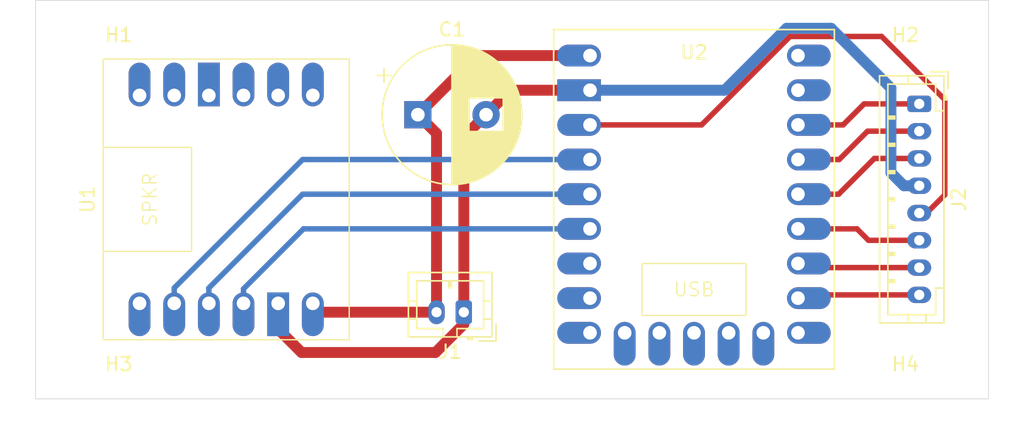
<source format=kicad_pcb>
(kicad_pcb (version 20241229) (generator "pcbnew") (generator_version "9.0")
  (layers (0 "F.Cu" signal) (2 "B.Cu" signal) (13 "F.Paste" user) (15 "B.Paste" user) (5 "F.SilkS" user "F.Silkscreen") (7 "B.SilkS" user "B.Silkscreen") (1 "F.Mask" user) (3 "B.Mask" user) (25 "Edge.Cuts" user))
  (net 0 "")
  (net 1 "Net-(J2-Pin_8)")
  (net 2 "Net-(J2-Pin_6)")
  (net 3 "Net-(J2-Pin_1)")
  (net 4 "Net-(J2-Pin_3)")
  (net 5 "Net-(J2-Pin_7)")
  (net 6 "Net-(J2-Pin_2)")
  (net 7 "Net-(U1-BCLK)")
  (net 15 "Net-(U1-DIN)")
  (net 26 "Net-(U1-LRC)")
  (net 27 "/5V")
  (net 28 "/GND")
  (net 30 "/3V3")
  (footprint "Connector_JST:JST_PH_B8B-PH-K_1x08_P2.00mm_Vertical" (layer "F.Cu") (at 182.88 59.66 -90)
    (property "Reference" "J2" (at 7 -2.9 90) (layer "F.SilkS"))
    (property "Value" "CTRLS_BOARD")
    (fp_line (start -2.06 2.91) (end 16.06 2.91) (stroke (width 0.12)) (layer "F.SilkS"))
    (fp_line (start 16.06 2.91) (end 16.06 -1.81) (stroke (width 0.12)) (layer "F.SilkS"))
    (fp_line (start -1.45 2.3) (end 15.45 2.3) (stroke (width 0.12)) (layer "F.SilkS"))
    (fp_line (start 0.9 2.3) (end 0.9 1.8) (stroke (width 0.12)) (layer "F.SilkS"))
    (fp_line (start 1 2.3) (end 1 1.8) (stroke (width 0.12)) (layer "F.SilkS"))
    (fp_line (start 2.9 2.3) (end 2.9 1.8) (stroke (width 0.12)) (layer "F.SilkS"))
    (fp_line (start 3 2.3) (end 3 1.8) (stroke (width 0.12)) (layer "F.SilkS"))
    (fp_line (start 4.9 2.3) (end 4.9 1.8) (stroke (width 0.12)) (layer "F.SilkS"))
    (fp_line (start 5 2.3) (end 5 1.8) (stroke (width 0.12)) (layer "F.SilkS"))
    (fp_line (start 6.9 2.3) (end 6.9 1.8) (stroke (width 0.12)) (layer "F.SilkS"))
    (fp_line (start 7 2.3) (end 7 1.8) (stroke (width 0.12)) (layer "F.SilkS"))
    (fp_line (start 8.9 2.3) (end 8.9 1.8) (stroke (width 0.12)) (layer "F.SilkS"))
    (fp_line (start 9 2.3) (end 9 1.8) (stroke (width 0.12)) (layer "F.SilkS"))
    (fp_line (start 10.9 2.3) (end 10.9 1.8) (stroke (width 0.12)) (layer "F.SilkS"))
    (fp_line (start 11 2.3) (end 11 1.8) (stroke (width 0.12)) (layer "F.SilkS"))
    (fp_line (start 12.9 2.3) (end 12.9 1.8) (stroke (width 0.12)) (layer "F.SilkS"))
    (fp_line (start 13 2.3) (end 13 1.8) (stroke (width 0.12)) (layer "F.SilkS"))
    (fp_line (start 15.45 2.3) (end 15.45 -1.2) (stroke (width 0.12)) (layer "F.SilkS"))
    (fp_line (start 0.9 1.8) (end 1.1 1.8) (stroke (width 0.12)) (layer "F.SilkS"))
    (fp_line (start 1.1 1.8) (end 1.1 2.3) (stroke (width 0.12)) (layer "F.SilkS"))
    (fp_line (start 2.9 1.8) (end 3.1 1.8) (stroke (width 0.12)) (layer "F.SilkS"))
    (fp_line (start 3.1 1.8) (end 3.1 2.3) (stroke (width 0.12)) (layer "F.SilkS"))
    (fp_line (start 4.9 1.8) (end 5.1 1.8) (stroke (width 0.12)) (layer "F.SilkS"))
    (fp_line (start 5.1 1.8) (end 5.1 2.3) (stroke (width 0.12)) (layer "F.SilkS"))
    (fp_line (start 6.9 1.8) (end 7.1 1.8) (stroke (width 0.12)) (layer "F.SilkS"))
    (fp_line (start 7.1 1.8) (end 7.1 2.3) (stroke (width 0.12)) (layer "F.SilkS"))
    (fp_line (start 8.9 1.8) (end 9.1 1.8) (stroke (width 0.12)) (layer "F.SilkS"))
    (fp_line (start 9.1 1.8) (end 9.1 2.3) (stroke (width 0.12)) (layer "F.SilkS"))
    (fp_line (start 10.9 1.8) (end 11.1 1.8) (stroke (width 0.12)) (layer "F.SilkS"))
    (fp_line (start 11.1 1.8) (end 11.1 2.3) (stroke (width 0.12)) (layer "F.SilkS"))
    (fp_line (start 12.9 1.8) (end 13.1 1.8) (stroke (width 0.12)) (layer "F.SilkS"))
    (fp_line (start 13.1 1.8) (end 13.1 2.3) (stroke (width 0.12)) (layer "F.SilkS"))
    (fp_line (start -2.06 0.8) (end -1.45 0.8) (stroke (width 0.12)) (layer "F.SilkS"))
    (fp_line (start 16.06 0.8) (end 15.45 0.8) (stroke (width 0.12)) (layer "F.SilkS"))
    (fp_line (start -2.06 -0.5) (end -1.45 -0.5) (stroke (width 0.12)) (layer "F.SilkS"))
    (fp_line (start 16.06 -0.5) (end 15.45 -0.5) (stroke (width 0.12)) (layer "F.SilkS"))
    (fp_line (start -1.45 -1.2) (end -1.45 2.3) (stroke (width 0.12)) (layer "F.SilkS"))
    (fp_line (start 0.5 -1.2) (end -1.45 -1.2) (stroke (width 0.12)) (layer "F.SilkS"))
    (fp_line (start 13.5 -1.2) (end 13.5 -1.81) (stroke (width 0.12)) (layer "F.SilkS"))
    (fp_line (start 15.45 -1.2) (end 13.5 -1.2) (stroke (width 0.12)) (layer "F.SilkS"))
    (fp_line (start -2.06 -1.81) (end -2.06 2.91) (stroke (width 0.12)) (layer "F.SilkS"))
    (fp_line (start -0.3 -1.81) (end -0.3 -2.01) (stroke (width 0.12)) (layer "F.SilkS"))
    (fp_line (start 0.5 -1.81) (end 0.5 -1.2) (stroke (width 0.12)) (layer "F.SilkS"))
    (fp_line (start 16.06 -1.81) (end -2.06 -1.81) (stroke (width 0.12)) (layer "F.SilkS"))
    (fp_line (start -0.3 -1.91) (end -0.6 -1.91) (stroke (width 0.12)) (layer "F.SilkS"))
    (fp_line (start -0.6 -2.01) (end -0.6 -1.81) (stroke (width 0.12)) (layer "F.SilkS"))
    (fp_line (start -0.3 -2.01) (end -0.6 -2.01) (stroke (width 0.12)) (layer "F.SilkS"))
    (fp_line (start -2.36 -2.11) (end -2.36 -0.86) (stroke (width 0.12)) (layer "F.SilkS"))
    (fp_line (start -1.11 -2.11) (end -2.36 -2.11) (stroke (width 0.12)) (layer "F.SilkS"))
    (pad "1" thru_hole roundrect (at 0 0 270) (size 1.2 1.75) (drill 0.75) (layers "*.Cu" "*.Mask") (roundrect_rratio 0.208333) (net 3 "Net-(J2-Pin_1)"))
    (pad "2" thru_hole oval (at 2 0 270) (size 1.2 1.75) (drill 0.75) (layers "*.Cu" "*.Mask") (net 6 "Net-(J2-Pin_2)"))
    (pad "3" thru_hole oval (at 4 0 270) (size 1.2 1.75) (drill 0.75) (layers "*.Cu" "*.Mask") (net 4 "Net-(J2-Pin_3)"))
    (pad "4" thru_hole oval (at 6 0 270) (size 1.2 1.75) (drill 0.75) (layers "*.Cu" "*.Mask") (net 28 "/GND"))
    (pad "5" thru_hole oval (at 8 0 270) (size 1.2 1.75) (drill 0.75) (layers "*.Cu" "*.Mask") (net 30 "/3V3"))
    (pad "6" thru_hole oval (at 10 0 270) (size 1.2 1.75) (drill 0.75) (layers "*.Cu" "*.Mask") (net 2 "Net-(J2-Pin_6)"))
    (pad "7" thru_hole oval (at 12 0 270) (size 1.2 1.75) (drill 0.75) (layers "*.Cu" "*.Mask") (net 5 "Net-(J2-Pin_7)"))
    (pad "8" thru_hole oval (at 14 0 270) (size 1.2 1.75) (drill 0.75) (layers "*.Cu" "*.Mask") (net 1 "Net-(J2-Pin_8)"))
  )
  (footprint "Custom Footprints:DFRobot_MAX98357" (layer "F.Cu") (at 140.97 66.66 90)
    (property "Reference" "U1" (at 0 -19.05 90) (layer "F.SilkS"))
    (property "Value" "DFRobot_MAX98357")
    (fp_line (start -3.81 -17.907) (end -3.81 -11.43) (stroke (width 0.1)) (layer "F.SilkS"))
    (fp_line (start 3.81 -11.43) (end 3.81 -17.907) (stroke (width 0.1)) (layer "F.SilkS"))
    (fp_line (start -3.81 -11.43) (end 3.81 -11.43) (stroke (width 0.1)) (layer "F.SilkS"))
    (fp_rect (start -10.287 -17.907) (end 10.287 0.127) (stroke (width 0.1)) (fill no) (layer "F.SilkS"))
    (fp_text user "SPKR" (at 0 -14.478 90) (layer "F.SilkS") (effects (font (thickness 0.1))))
    (pad "1" thru_hole oval (at -7.62 -15.24 90) (size 3.2 1.6) (drill 1 (offset -0.8 0)) (layers "*.Cu" "*.Mask"))
    (pad "2" thru_hole oval (at -7.62 -12.7 90) (size 3.2 1.6) (drill 1 (offset -0.8 0)) (layers "*.Cu" "*.Mask") (net 15 "Net-(U1-DIN)"))
    (pad "3" thru_hole oval (at -7.62 -10.16 90) (size 3.2 1.6) (drill 1 (offset -0.8 0)) (layers "*.Cu" "*.Mask") (net 7 "Net-(U1-BCLK)"))
    (pad "4" thru_hole oval (at -7.62 -7.62 90) (size 3.2 1.6) (drill 1 (offset -0.8 0)) (layers "*.Cu" "*.Mask") (net 26 "Net-(U1-LRC)"))
    (pad "5" thru_hole rect (at -7.62 -5.08 90) (size 3.2 1.6) (drill 1 (offset -0.8 0)) (layers "*.Cu" "*.Mask") (net 28 "/GND"))
    (pad "6" thru_hole oval (at -7.62 -2.54 90) (size 3.2 1.6) (drill 1 (offset -0.8 0)) (layers "*.Cu" "*.Mask") (net 27 "/5V"))
    (pad "7" thru_hole oval (at 7.62 -2.54 90) (size 3.2 1.6) (drill 1 (offset 0.8 0)) (layers "*.Cu" "*.Mask"))
    (pad "8" thru_hole oval (at 7.62 -5.08 90) (size 3.2 1.6) (drill 1 (offset 0.8 0)) (layers "*.Cu" "*.Mask"))
    (pad "9" thru_hole oval (at 7.62 -7.62 90) (size 3.2 1.6) (drill 1 (offset 0.8 0)) (layers "*.Cu" "*.Mask"))
    (pad "10" thru_hole rect (at 7.62 -10.16 90) (size 3.2 1.6) (drill 1 (offset 0.8 0)) (layers "*.Cu" "*.Mask"))
    (pad "11" thru_hole oval (at 7.62 -12.7 90) (size 3.2 1.6) (drill 1 (offset 0.8 0)) (layers "*.Cu" "*.Mask"))
    (pad "12" thru_hole oval (at 7.62 -15.24 90) (size 3.2 1.6) (drill 1 (offset 0.8 0)) (layers "*.Cu" "*.Mask"))
  )
  (footprint "MountingHole:MountingHole_2.2mm_M2_DIN965" (layer "F.Cu") (at 185.42 54.61)
    (property "Reference" "H2" (at -3.556 0 0) (layer "F.SilkS"))
    (property "Value" "MountingHole")
    (pad "" np_thru_hole circle (at 0 0) (size 2.2 2.2) (drill 2.2) (layers "*.Cu" "*.Mask"))
  )
  (footprint "MountingHole:MountingHole_2.2mm_M2_DIN965" (layer "F.Cu") (at 185.42 78.74)
    (property "Reference" "H4" (at -3.556 0 0) (layer "F.SilkS"))
    (property "Value" "MountingHole")
    (pad "" np_thru_hole circle (at 0 0) (size 2.2 2.2) (drill 2.2) (layers "*.Cu" "*.Mask"))
  )
  (footprint "Connector_JST:JST_PH_B2B-PH-K_1x02_P2.00mm_Vertical" (layer "F.Cu") (at 149.497677 74.93 180)
    (property "Reference" "J1" (at 1 -2.9 0) (layer "F.SilkS"))
    (property "Value" "PWR")
    (fp_line (start 4.06 2.91) (end 4.06 -1.81) (stroke (width 0.12)) (layer "F.SilkS"))
    (fp_line (start 4.06 0.8) (end 3.45 0.8) (stroke (width 0.12)) (layer "F.SilkS"))
    (fp_line (start 4.06 -0.5) (end 3.45 -0.5) (stroke (width 0.12)) (layer "F.SilkS"))
    (fp_line (start 4.06 -1.81) (end -2.06 -1.81) (stroke (width 0.12)) (layer "F.SilkS"))
    (fp_line (start 3.45 2.3) (end 3.45 -1.2) (stroke (width 0.12)) (layer "F.SilkS"))
    (fp_line (start 3.45 -1.2) (end 1.5 -1.2) (stroke (width 0.12)) (layer "F.SilkS"))
    (fp_line (start 1.5 -1.2) (end 1.5 -1.81) (stroke (width 0.12)) (layer "F.SilkS"))
    (fp_line (start 1.1 1.8) (end 1.1 2.3) (stroke (width 0.12)) (layer "F.SilkS"))
    (fp_line (start 1 2.3) (end 1 1.8) (stroke (width 0.12)) (layer "F.SilkS"))
    (fp_line (start 0.9 2.3) (end 0.9 1.8) (stroke (width 0.12)) (layer "F.SilkS"))
    (fp_line (start 0.9 1.8) (end 1.1 1.8) (stroke (width 0.12)) (layer "F.SilkS"))
    (fp_line (start 0.5 -1.2) (end -1.45 -1.2) (stroke (width 0.12)) (layer "F.SilkS"))
    (fp_line (start 0.5 -1.81) (end 0.5 -1.2) (stroke (width 0.12)) (layer "F.SilkS"))
    (fp_line (start -0.3 -1.81) (end -0.3 -2.01) (stroke (width 0.12)) (layer "F.SilkS"))
    (fp_line (start -0.3 -1.91) (end -0.6 -1.91) (stroke (width 0.12)) (layer "F.SilkS"))
    (fp_line (start -0.3 -2.01) (end -0.6 -2.01) (stroke (width 0.12)) (layer "F.SilkS"))
    (fp_line (start -0.6 -2.01) (end -0.6 -1.81) (stroke (width 0.12)) (layer "F.SilkS"))
    (fp_line (start -1.11 -2.11) (end -2.36 -2.11) (stroke (width 0.12)) (layer "F.SilkS"))
    (fp_line (start -1.45 2.3) (end 3.45 2.3) (stroke (width 0.12)) (layer "F.SilkS"))
    (fp_line (start -1.45 -1.2) (end -1.45 2.3) (stroke (width 0.12)) (layer "F.SilkS"))
    (fp_line (start -2.06 2.91) (end 4.06 2.91) (stroke (width 0.12)) (layer "F.SilkS"))
    (fp_line (start -2.06 0.8) (end -1.45 0.8) (stroke (width 0.12)) (layer "F.SilkS"))
    (fp_line (start -2.06 -0.5) (end -1.45 -0.5) (stroke (width 0.12)) (layer "F.SilkS"))
    (fp_line (start -2.06 -1.81) (end -2.06 2.91) (stroke (width 0.12)) (layer "F.SilkS"))
    (fp_line (start -2.36 -2.11) (end -2.36 -0.86) (stroke (width 0.12)) (layer "F.SilkS"))
    (pad "1" thru_hole roundrect (at 0 0 180) (size 1.2 1.75) (drill 0.75) (layers "*.Cu" "*.Mask") (roundrect_rratio 0.208333) (net 28 "/GND"))
    (pad "2" thru_hole oval (at 2 0 180) (size 1.2 1.75) (drill 0.75) (layers "*.Cu" "*.Mask") (net 27 "/5V"))
  )
  (footprint "MountingHole:MountingHole_2.2mm_M2_DIN965" (layer "F.Cu") (at 120.65 54.61)
    (property "Reference" "H1" (at 3.556 0 0) (layer "F.SilkS"))
    (property "Value" "MountingHole")
    (pad "" np_thru_hole circle (at 0 0) (size 2.2 2.2) (drill 2.2) (layers "*.Cu" "*.Mask"))
  )
  (footprint "MountingHole:MountingHole_2.2mm_M2_DIN965" (layer "F.Cu") (at 120.65 78.74)
    (property "Reference" "H3" (at 3.556 0 0) (layer "F.SilkS"))
    (property "Value" "MountingHole")
    (pad "" np_thru_hole circle (at 0 0) (size 2.2 2.2) (drill 2.2) (layers "*.Cu" "*.Mask"))
  )
  (footprint "Custom Footprints:Waveshare_ESP32-S3-Tiny" (layer "F.Cu") (at 158.75 56.119)
    (property "Reference" "U2" (at 7.62 -0.239 0) (layer "F.SilkS"))
    (property "Value" "Waveshare_ESP32-S3-Tiny")
    (fp_line (start -2.667 -1.905) (end -2.667 22.987) (stroke (width 0.12)) (layer "F.SilkS"))
    (fp_line (start 17.907 -1.905) (end -2.667 -1.905) (stroke (width 0.12)) (layer "F.SilkS"))
    (fp_line (start 17.907 22.987) (end -2.667 22.987) (stroke (width 0.12)) (layer "F.SilkS"))
    (fp_line (start 17.907 22.987) (end 17.907 -1.905) (stroke (width 0.12)) (layer "F.SilkS"))
    (fp_rect (start 3.81 15.24) (end 11.43 19.05) (stroke (width 0.1)) (fill no) (layer "F.SilkS"))
    (fp_text user "USB" (at 7.62 17.145 0) (layer "F.SilkS") (effects (font (thickness 0.1))))
    (pad "1" thru_hole oval (at 0 0) (size 3.2 1.6) (drill 1 (offset -0.8 0)) (layers "*.Cu" "*.Mask") (net 27 "/5V"))
    (pad "2" thru_hole rect (at 0 2.54) (size 3.2 1.6) (drill 1 (offset -0.8 0)) (layers "*.Cu" "*.Mask") (net 28 "/GND"))
    (pad "3" thru_hole oval (at 0 5.08) (size 3.2 1.6) (drill 1 (offset -0.8 0)) (layers "*.Cu" "*.Mask") (net 30 "/3V3"))
    (pad "4" thru_hole oval (at 0 7.62) (size 3.2 1.6) (drill 1 (offset -0.8 0)) (layers "*.Cu" "*.Mask") (net 15 "Net-(U1-DIN)"))
    (pad "5" thru_hole oval (at 0 10.16) (size 3.2 1.6) (drill 1 (offset -0.8 0)) (layers "*.Cu" "*.Mask") (net 7 "Net-(U1-BCLK)"))
    (pad "6" thru_hole oval (at 0 12.7) (size 3.2 1.6) (drill 1 (offset -0.8 0)) (layers "*.Cu" "*.Mask") (net 26 "Net-(U1-LRC)"))
    (pad "7" thru_hole oval (at 0 15.24) (size 3.2 1.6) (drill 1 (offset -0.8 0)) (layers "*.Cu" "*.Mask"))
    (pad "8" thru_hole oval (at 0 17.78) (size 3.2 1.6) (drill 1 (offset -0.8 0)) (layers "*.Cu" "*.Mask"))
    (pad "9" thru_hole oval (at 0 20.32) (size 3.2 1.6) (drill 1 (offset -0.8 0)) (layers "*.Cu" "*.Mask"))
    (pad "10" thru_hole oval (at 2.54 20.32) (size 1.6 3.2) (drill 1 (offset 0 0.8)) (layers "*.Cu" "*.Mask"))
    (pad "11" thru_hole oval (at 5.08 20.32) (size 1.6 3.2) (drill 1 (offset 0 0.8)) (layers "*.Cu" "*.Mask"))
    (pad "12" thru_hole oval (at 7.62 20.32) (size 1.6 3.2) (drill 1 (offset 0 0.8)) (layers "*.Cu" "*.Mask"))
    (pad "13" thru_hole oval (at 10.16 20.32) (size 1.6 3.2) (drill 1 (offset 0 0.8)) (layers "*.Cu" "*.Mask"))
    (pad "14" thru_hole oval (at 12.7 20.32) (size 1.6 3.2) (drill 1 (offset 0 0.8)) (layers "*.Cu" "*.Mask"))
    (pad "15" thru_hole oval (at 15.24 20.32) (size 3.2 1.6) (drill 1 (offset 0.8 0)) (layers "*.Cu" "*.Mask"))
    (pad "16" thru_hole oval (at 15.24 17.78) (size 3.2 1.6) (drill 1 (offset 0.8 0)) (layers "*.Cu" "*.Mask") (net 1 "Net-(J2-Pin_8)"))
    (pad "17" thru_hole oval (at 15.24 15.24) (size 3.2 1.6) (drill 1 (offset 0.8 0)) (layers "*.Cu" "*.Mask") (net 5 "Net-(J2-Pin_7)"))
    (pad "18" thru_hole oval (at 15.24 12.7) (size 3.2 1.6) (drill 1 (offset 0.8 0)) (layers "*.Cu" "*.Mask") (net 2 "Net-(J2-Pin_6)"))
    (pad "19" thru_hole oval (at 15.24 10.16) (size 3.2 1.6) (drill 1 (offset 0.8 0)) (layers "*.Cu" "*.Mask") (net 4 "Net-(J2-Pin_3)"))
    (pad "20" thru_hole oval (at 15.24 7.62) (size 3.2 1.6) (drill 1 (offset 0.8 0)) (layers "*.Cu" "*.Mask") (net 6 "Net-(J2-Pin_2)"))
    (pad "21" thru_hole oval (at 15.24 5.08) (size 3.2 1.6) (drill 1 (offset 0.8 0)) (layers "*.Cu" "*.Mask") (net 3 "Net-(J2-Pin_1)"))
    (pad "22" thru_hole oval (at 15.24 2.54) (size 3.2 1.6) (drill 1 (offset 0.8 0)) (layers "*.Cu" "*.Mask"))
    (pad "23" thru_hole oval (at 15.24 0) (size 3.2 1.6) (drill 1 (offset 0.8 0)) (layers "*.Cu" "*.Mask"))
  )
  (footprint "Capacitor_THT:CP_Radial_D10.0mm_P5.00mm" (layer "F.Cu") (at 146.13 60.452)
    (property "Reference" "C1" (at 2.5 -6.25 0) (layer "F.SilkS"))
    (property "Value" "1000 µF")
    (fp_line (start -2.979646 -2.875) (end -1.979646 -2.875) (stroke (width 0.12)) (layer "F.SilkS"))
    (fp_line (start -2.479646 -3.375) (end -2.479646 -2.375) (stroke (width 0.12)) (layer "F.SilkS"))
    (fp_line (start 2.5 -5.08) (end 2.5 5.08) (stroke (width 0.12)) (layer "F.SilkS"))
    (fp_line (start 2.54 -5.08) (end 2.54 5.08) (stroke (width 0.12)) (layer "F.SilkS"))
    (fp_line (start 2.58 -5.079) (end 2.58 5.079) (stroke (width 0.12)) (layer "F.SilkS"))
    (fp_line (start 2.62 -5.079) (end 2.62 5.079) (stroke (width 0.12)) (layer "F.SilkS"))
    (fp_line (start 2.66 -5.077) (end 2.66 5.077) (stroke (width 0.12)) (layer "F.SilkS"))
    (fp_line (start 2.7 -5.076) (end 2.7 5.076) (stroke (width 0.12)) (layer "F.SilkS"))
    (fp_line (start 2.74 -5.074) (end 2.74 5.074) (stroke (width 0.12)) (layer "F.SilkS"))
    (fp_line (start 2.78 -5.072) (end 2.78 5.072) (stroke (width 0.12)) (layer "F.SilkS"))
    (fp_line (start 2.82 -5.07) (end 2.82 5.07) (stroke (width 0.12)) (layer "F.SilkS"))
    (fp_line (start 2.86 -5.067) (end 2.86 5.067) (stroke (width 0.12)) (layer "F.SilkS"))
    (fp_line (start 2.9 -5.064) (end 2.9 5.064) (stroke (width 0.12)) (layer "F.SilkS"))
    (fp_line (start 2.94 -5.061) (end 2.94 5.061) (stroke (width 0.12)) (layer "F.SilkS"))
    (fp_line (start 2.98 -5.057) (end 2.98 5.057) (stroke (width 0.12)) (layer "F.SilkS"))
    (fp_line (start 3.02 -5.054) (end 3.02 5.054) (stroke (width 0.12)) (layer "F.SilkS"))
    (fp_line (start 3.06 -5.049) (end 3.06 5.049) (stroke (width 0.12)) (layer "F.SilkS"))
    (fp_line (start 3.1 -5.045) (end 3.1 5.045) (stroke (width 0.12)) (layer "F.SilkS"))
    (fp_line (start 3.14 -5.04) (end 3.14 5.04) (stroke (width 0.12)) (layer "F.SilkS"))
    (fp_line (start 3.18 -5.035) (end 3.18 5.035) (stroke (width 0.12)) (layer "F.SilkS"))
    (fp_line (start 3.22 -5.029) (end 3.22 5.029) (stroke (width 0.12)) (layer "F.SilkS"))
    (fp_line (start 3.26 -5.023) (end 3.26 5.023) (stroke (width 0.12)) (layer "F.SilkS"))
    (fp_line (start 3.3 -5.017) (end 3.3 5.017) (stroke (width 0.12)) (layer "F.SilkS"))
    (fp_line (start 3.34 -5.011) (end 3.34 5.011) (stroke (width 0.12)) (layer "F.SilkS"))
    (fp_line (start 3.38 -5.004) (end 3.38 5.004) (stroke (width 0.12)) (layer "F.SilkS"))
    (fp_line (start 3.42 -4.997) (end 3.42 4.997) (stroke (width 0.12)) (layer "F.SilkS"))
    (fp_line (start 3.46 -4.989) (end 3.46 4.989) (stroke (width 0.12)) (layer "F.SilkS"))
    (fp_line (start 3.5 -4.981) (end 3.5 4.981) (stroke (width 0.12)) (layer "F.SilkS"))
    (fp_line (start 3.54 -4.973) (end 3.54 4.973) (stroke (width 0.12)) (layer "F.SilkS"))
    (fp_line (start 3.58 -4.965) (end 3.58 4.965) (stroke (width 0.12)) (layer "F.SilkS"))
    (fp_line (start 3.62 -4.956) (end 3.62 4.956) (stroke (width 0.12)) (layer "F.SilkS"))
    (fp_line (start 3.66 -4.947) (end 3.66 4.947) (stroke (width 0.12)) (layer "F.SilkS"))
    (fp_line (start 3.7 -4.937) (end 3.7 4.937) (stroke (width 0.12)) (layer "F.SilkS"))
    (fp_line (start 3.74 -4.928) (end 3.74 4.928) (stroke (width 0.12)) (layer "F.SilkS"))
    (fp_line (start 3.78 -4.917) (end 3.78 -1.24) (stroke (width 0.12)) (layer "F.SilkS"))
    (fp_line (start 3.78 1.24) (end 3.78 4.917) (stroke (width 0.12)) (layer "F.SilkS"))
    (fp_line (start 3.82 -4.907) (end 3.82 -1.24) (stroke (width 0.12)) (layer "F.SilkS"))
    (fp_line (start 3.82 1.24) (end 3.82 4.907) (stroke (width 0.12)) (layer "F.SilkS"))
    (fp_line (start 3.86 -4.896) (end 3.86 -1.24) (stroke (width 0.12)) (layer "F.SilkS"))
    (fp_line (start 3.86 1.24) (end 3.86 4.896) (stroke (width 0.12)) (layer "F.SilkS"))
    (fp_line (start 3.9 -4.885) (end 3.9 -1.24) (stroke (width 0.12)) (layer "F.SilkS"))
    (fp_line (start 3.9 1.24) (end 3.9 4.885) (stroke (width 0.12)) (layer "F.SilkS"))
    (fp_line (start 3.94 -4.873) (end 3.94 -1.24) (stroke (width 0.12)) (layer "F.SilkS"))
    (fp_line (start 3.94 1.24) (end 3.94 4.873) (stroke (width 0.12)) (layer "F.SilkS"))
    (fp_line (start 3.98 -4.861) (end 3.98 -1.24) (stroke (width 0.12)) (layer "F.SilkS"))
    (fp_line (start 3.98 1.24) (end 3.98 4.861) (stroke (width 0.12)) (layer "F.SilkS"))
    (fp_line (start 4.02 -4.849) (end 4.02 -1.24) (stroke (width 0.12)) (layer "F.SilkS"))
    (fp_line (start 4.02 1.24) (end 4.02 4.849) (stroke (width 0.12)) (layer "F.SilkS"))
    (fp_line (start 4.06 -4.837) (end 4.06 -1.24) (stroke (width 0.12)) (layer "F.SilkS"))
    (fp_line (start 4.06 1.24) (end 4.06 4.837) (stroke (width 0.12)) (layer "F.SilkS"))
    (fp_line (start 4.1 -4.824) (end 4.1 -1.24) (stroke (width 0.12)) (layer "F.SilkS"))
    (fp_line (start 4.1 1.24) (end 4.1 4.824) (stroke (width 0.12)) (layer "F.SilkS"))
    (fp_line (start 4.14 -4.81) (end 4.14 -1.24) (stroke (width 0.12)) (layer "F.SilkS"))
    (fp_line (start 4.14 1.24) (end 4.14 4.81) (stroke (width 0.12)) (layer "F.SilkS"))
    (fp_line (start 4.18 -4.797) (end 4.18 -1.24) (stroke (width 0.12)) (layer "F.SilkS"))
    (fp_line (start 4.18 1.24) (end 4.18 4.797) (stroke (width 0.12)) (layer "F.SilkS"))
    (fp_line (start 4.22 -4.782) (end 4.22 -1.24) (stroke (width 0.12)) (layer "F.SilkS"))
    (fp_line (start 4.22 1.24) (end 4.22 4.782) (stroke (width 0.12)) (layer "F.SilkS"))
    (fp_line (start 4.26 -4.768) (end 4.26 -1.24) (stroke (width 0.12)) (layer "F.SilkS"))
    (fp_line (start 4.26 1.24) (end 4.26 4.768) (stroke (width 0.12)) (layer "F.SilkS"))
    (fp_line (start 4.3 -4.753) (end 4.3 -1.24) (stroke (width 0.12)) (layer "F.SilkS"))
    (fp_line (start 4.3 1.24) (end 4.3 4.753) (stroke (width 0.12)) (layer "F.SilkS"))
    (fp_line (start 4.34 -4.738) (end 4.34 -1.24) (stroke (width 0.12)) (layer "F.SilkS"))
    (fp_line (start 4.34 1.24) (end 4.34 4.738) (stroke (width 0.12)) (layer "F.SilkS"))
    (fp_line (start 4.38 -4.722) (end 4.38 -1.24) (stroke (width 0.12)) (layer "F.SilkS"))
    (fp_line (start 4.38 1.24) (end 4.38 4.722) (stroke (width 0.12)) (layer "F.SilkS"))
    (fp_line (start 4.42 -4.706) (end 4.42 -1.24) (stroke (width 0.12)) (layer "F.SilkS"))
    (fp_line (start 4.42 1.24) (end 4.42 4.706) (stroke (width 0.12)) (layer "F.SilkS"))
    (fp_line (start 4.46 -4.69) (end 4.46 -1.24) (stroke (width 0.12)) (layer "F.SilkS"))
    (fp_line (start 4.46 1.24) (end 4.46 4.69) (stroke (width 0.12)) (layer "F.SilkS"))
    (fp_line (start 4.5 -4.673) (end 4.5 -1.24) (stroke (width 0.12)) (layer "F.SilkS"))
    (fp_line (start 4.5 1.24) (end 4.5 4.673) (stroke (width 0.12)) (layer "F.SilkS"))
    (fp_line (start 4.54 -4.656) (end 4.54 -1.24) (stroke (width 0.12)) (layer "F.SilkS"))
    (fp_line (start 4.54 1.24) (end 4.54 4.656) (stroke (width 0.12)) (layer "F.SilkS"))
    (fp_line (start 4.58 -4.638) (end 4.58 -1.24) (stroke (width 0.12)) (layer "F.SilkS"))
    (fp_line (start 4.58 1.24) (end 4.58 4.638) (stroke (width 0.12)) (layer "F.SilkS"))
    (fp_line (start 4.62 -4.62) (end 4.62 -1.24) (stroke (width 0.12)) (layer "F.SilkS"))
    (fp_line (start 4.62 1.24) (end 4.62 4.62) (stroke (width 0.12)) (layer "F.SilkS"))
    (fp_line (start 4.66 -4.602) (end 4.66 -1.24) (stroke (width 0.12)) (layer "F.SilkS"))
    (fp_line (start 4.66 1.24) (end 4.66 4.602) (stroke (width 0.12)) (layer "F.SilkS"))
    (fp_line (start 4.7 -4.583) (end 4.7 -1.24) (stroke (width 0.12)) (layer "F.SilkS"))
    (fp_line (start 4.7 1.24) (end 4.7 4.583) (stroke (width 0.12)) (layer "F.SilkS"))
    (fp_line (start 4.74 -4.564) (end 4.74 -1.24) (stroke (width 0.12)) (layer "F.SilkS"))
    (fp_line (start 4.74 1.24) (end 4.74 4.564) (stroke (width 0.12)) (layer "F.SilkS"))
    (fp_line (start 4.78 -4.544) (end 4.78 -1.24) (stroke (width 0.12)) (layer "F.SilkS"))
    (fp_line (start 4.78 1.24) (end 4.78 4.544) (stroke (width 0.12)) (layer "F.SilkS"))
    (fp_line (start 4.82 -4.524) (end 4.82 -1.24) (stroke (width 0.12)) (layer "F.SilkS"))
    (fp_line (start 4.82 1.24) (end 4.82 4.524) (stroke (width 0.12)) (layer "F.SilkS"))
    (fp_line (start 4.86 -4.504) (end 4.86 -1.24) (stroke (width 0.12)) (layer "F.SilkS"))
    (fp_line (start 4.86 1.24) (end 4.86 4.504) (stroke (width 0.12)) (layer "F.SilkS"))
    (fp_line (start 4.9 -4.483) (end 4.9 -1.24) (stroke (width 0.12)) (layer "F.SilkS"))
    (fp_line (start 4.9 1.24) (end 4.9 4.483) (stroke (width 0.12)) (layer "F.SilkS"))
    (fp_line (start 4.94 -4.461) (end 4.94 -1.24) (stroke (width 0.12)) (layer "F.SilkS"))
    (fp_line (start 4.94 1.24) (end 4.94 4.461) (stroke (width 0.12)) (layer "F.SilkS"))
    (fp_line (start 4.98 -4.439) (end 4.98 -1.24) (stroke (width 0.12)) (layer "F.SilkS"))
    (fp_line (start 4.98 1.24) (end 4.98 4.439) (stroke (width 0.12)) (layer "F.SilkS"))
    (fp_line (start 5.02 -4.417) (end 5.02 -1.24) (stroke (width 0.12)) (layer "F.SilkS"))
    (fp_line (start 5.02 1.24) (end 5.02 4.417) (stroke (width 0.12)) (layer "F.SilkS"))
    (fp_line (start 5.06 -4.394) (end 5.06 -1.24) (stroke (width 0.12)) (layer "F.SilkS"))
    (fp_line (start 5.06 1.24) (end 5.06 4.394) (stroke (width 0.12)) (layer "F.SilkS"))
    (fp_line (start 5.1 -4.371) (end 5.1 -1.24) (stroke (width 0.12)) (layer "F.SilkS"))
    (fp_line (start 5.1 1.24) (end 5.1 4.371) (stroke (width 0.12)) (layer "F.SilkS"))
    (fp_line (start 5.14 -4.347) (end 5.14 -1.24) (stroke (width 0.12)) (layer "F.SilkS"))
    (fp_line (start 5.14 1.24) (end 5.14 4.347) (stroke (width 0.12)) (layer "F.SilkS"))
    (fp_line (start 5.18 -4.323) (end 5.18 -1.24) (stroke (width 0.12)) (layer "F.SilkS"))
    (fp_line (start 5.18 1.24) (end 5.18 4.323) (stroke (width 0.12)) (layer "F.SilkS"))
    (fp_line (start 5.22 -4.298) (end 5.22 -1.24) (stroke (width 0.12)) (layer "F.SilkS"))
    (fp_line (start 5.22 1.24) (end 5.22 4.298) (stroke (width 0.12)) (layer "F.SilkS"))
    (fp_line (start 5.26 -4.272) (end 5.26 -1.24) (stroke (width 0.12)) (layer "F.SilkS"))
    (fp_line (start 5.26 1.24) (end 5.26 4.272) (stroke (width 0.12)) (layer "F.SilkS"))
    (fp_line (start 5.3 -4.247) (end 5.3 -1.24) (stroke (width 0.12)) (layer "F.SilkS"))
    (fp_line (start 5.3 1.24) (end 5.3 4.247) (stroke (width 0.12)) (layer "F.SilkS"))
    (fp_line (start 5.34 -4.22) (end 5.34 -1.24) (stroke (width 0.12)) (layer "F.SilkS"))
    (fp_line (start 5.34 1.24) (end 5.34 4.22) (stroke (width 0.12)) (layer "F.SilkS"))
    (fp_line (start 5.38 -4.193) (end 5.38 -1.24) (stroke (width 0.12)) (layer "F.SilkS"))
    (fp_line (start 5.38 1.24) (end 5.38 4.193) (stroke (width 0.12)) (layer "F.SilkS"))
    (fp_line (start 5.42 -4.166) (end 5.42 -1.24) (stroke (width 0.12)) (layer "F.SilkS"))
    (fp_line (start 5.42 1.24) (end 5.42 4.166) (stroke (width 0.12)) (layer "F.SilkS"))
    (fp_line (start 5.46 -4.138) (end 5.46 -1.24) (stroke (width 0.12)) (layer "F.SilkS"))
    (fp_line (start 5.46 1.24) (end 5.46 4.138) (stroke (width 0.12)) (layer "F.SilkS"))
    (fp_line (start 5.5 -4.109) (end 5.5 -1.24) (stroke (width 0.12)) (layer "F.SilkS"))
    (fp_line (start 5.5 1.24) (end 5.5 4.109) (stroke (width 0.12)) (layer "F.SilkS"))
    (fp_line (start 5.54 -4.08) (end 5.54 -1.24) (stroke (width 0.12)) (layer "F.SilkS"))
    (fp_line (start 5.54 1.24) (end 5.54 4.08) (stroke (width 0.12)) (layer "F.SilkS"))
    (fp_line (start 5.58 -4.05) (end 5.58 -1.24) (stroke (width 0.12)) (layer "F.SilkS"))
    (fp_line (start 5.58 1.24) (end 5.58 4.05) (stroke (width 0.12)) (layer "F.SilkS"))
    (fp_line (start 5.62 -4.02) (end 5.62 -1.24) (stroke (width 0.12)) (layer "F.SilkS"))
    (fp_line (start 5.62 1.24) (end 5.62 4.02) (stroke (width 0.12)) (layer "F.SilkS"))
    (fp_line (start 5.66 -3.988) (end 5.66 -1.24) (stroke (width 0.12)) (layer "F.SilkS"))
    (fp_line (start 5.66 1.24) (end 5.66 3.988) (stroke (width 0.12)) (layer "F.SilkS"))
    (fp_line (start 5.7 -3.957) (end 5.7 -1.24) (stroke (width 0.12)) (layer "F.SilkS"))
    (fp_line (start 5.7 1.24) (end 5.7 3.957) (stroke (width 0.12)) (layer "F.SilkS"))
    (fp_line (start 5.74 -3.924) (end 5.74 -1.24) (stroke (width 0.12)) (layer "F.SilkS"))
    (fp_line (start 5.74 1.24) (end 5.74 3.924) (stroke (width 0.12)) (layer "F.SilkS"))
    (fp_line (start 5.78 -3.891) (end 5.78 -1.24) (stroke (width 0.12)) (layer "F.SilkS"))
    (fp_line (start 5.78 1.24) (end 5.78 3.891) (stroke (width 0.12)) (layer "F.SilkS"))
    (fp_line (start 5.82 -3.858) (end 5.82 -1.24) (stroke (width 0.12)) (layer "F.SilkS"))
    (fp_line (start 5.82 1.24) (end 5.82 3.858) (stroke (width 0.12)) (layer "F.SilkS"))
    (fp_line (start 5.86 -3.823) (end 5.86 -1.24) (stroke (width 0.12)) (layer "F.SilkS"))
    (fp_line (start 5.86 1.24) (end 5.86 3.823) (stroke (width 0.12)) (layer "F.SilkS"))
    (fp_line (start 5.9 -3.788) (end 5.9 -1.24) (stroke (width 0.12)) (layer "F.SilkS"))
    (fp_line (start 5.9 1.24) (end 5.9 3.788) (stroke (width 0.12)) (layer "F.SilkS"))
    (fp_line (start 5.94 -3.752) (end 5.94 -1.24) (stroke (width 0.12)) (layer "F.SilkS"))
    (fp_line (start 5.94 1.24) (end 5.94 3.752) (stroke (width 0.12)) (layer "F.SilkS"))
    (fp_line (start 5.98 -3.716) (end 5.98 -1.24) (stroke (width 0.12)) (layer "F.SilkS"))
    (fp_line (start 5.98 1.24) (end 5.98 3.716) (stroke (width 0.12)) (layer "F.SilkS"))
    (fp_line (start 6.02 -3.678) (end 6.02 -1.24) (stroke (width 0.12)) (layer "F.SilkS"))
    (fp_line (start 6.02 1.24) (end 6.02 3.678) (stroke (width 0.12)) (layer "F.SilkS"))
    (fp_line (start 6.06 -3.64) (end 6.06 -1.24) (stroke (width 0.12)) (layer "F.SilkS"))
    (fp_line (start 6.06 1.24) (end 6.06 3.64) (stroke (width 0.12)) (layer "F.SilkS"))
    (fp_line (start 6.1 -3.601) (end 6.1 -1.24) (stroke (width 0.12)) (layer "F.SilkS"))
    (fp_line (start 6.1 1.24) (end 6.1 3.601) (stroke (width 0.12)) (layer "F.SilkS"))
    (fp_line (start 6.14 -3.561) (end 6.14 -1.24) (stroke (width 0.12)) (layer "F.SilkS"))
    (fp_line (start 6.14 1.24) (end 6.14 3.561) (stroke (width 0.12)) (layer "F.SilkS"))
    (fp_line (start 6.18 -3.52) (end 6.18 -1.24) (stroke (width 0.12)) (layer "F.SilkS"))
    (fp_line (start 6.18 1.24) (end 6.18 3.52) (stroke (width 0.12)) (layer "F.SilkS"))
    (fp_line (start 6.22 -3.478) (end 6.22 -1.24) (stroke (width 0.12)) (layer "F.SilkS"))
    (fp_line (start 6.22 1.24) (end 6.22 3.478) (stroke (width 0.12)) (layer "F.SilkS"))
    (fp_line (start 6.26 -3.435) (end 6.26 3.435) (stroke (width 0.12)) (layer "F.SilkS"))
    (fp_line (start 6.3 -3.391) (end 6.3 3.391) (stroke (width 0.12)) (layer "F.SilkS"))
    (fp_line (start 6.34 -3.347) (end 6.34 3.347) (stroke (width 0.12)) (layer "F.SilkS"))
    (fp_line (start 6.38 -3.301) (end 6.38 3.301) (stroke (width 0.12)) (layer "F.SilkS"))
    (fp_line (start 6.42 -3.254) (end 6.42 3.254) (stroke (width 0.12)) (layer "F.SilkS"))
    (fp_line (start 6.46 -3.205) (end 6.46 3.205) (stroke (width 0.12)) (layer "F.SilkS"))
    (fp_line (start 6.5 -3.156) (end 6.5 3.156) (stroke (width 0.12)) (layer "F.SilkS"))
    (fp_line (start 6.54 -3.105) (end 6.54 3.105) (stroke (width 0.12)) (layer "F.SilkS"))
    (fp_line (start 6.58 -3.053) (end 6.58 3.053) (stroke (width 0.12)) (layer "F.SilkS"))
    (fp_line (start 6.62 -3) (end 6.62 3) (stroke (width 0.12)) (layer "F.SilkS"))
    (fp_line (start 6.66 -2.945) (end 6.66 2.945) (stroke (width 0.12)) (layer "F.SilkS"))
    (fp_line (start 6.7 -2.888) (end 6.7 2.888) (stroke (width 0.12)) (layer "F.SilkS"))
    (fp_line (start 6.74 -2.83) (end 6.74 2.83) (stroke (width 0.12)) (layer "F.SilkS"))
    (fp_line (start 6.78 -2.77) (end 6.78 2.77) (stroke (width 0.12)) (layer "F.SilkS"))
    (fp_line (start 6.82 -2.708) (end 6.82 2.708) (stroke (width 0.12)) (layer "F.SilkS"))
    (fp_line (start 6.86 -2.644) (end 6.86 2.644) (stroke (width 0.12)) (layer "F.SilkS"))
    (fp_line (start 6.9 -2.578) (end 6.9 2.578) (stroke (width 0.12)) (layer "F.SilkS"))
    (fp_line (start 6.94 -2.51) (end 6.94 2.51) (stroke (width 0.12)) (layer "F.SilkS"))
    (fp_line (start 6.98 -2.439) (end 6.98 2.439) (stroke (width 0.12)) (layer "F.SilkS"))
    (fp_line (start 7.02 -2.365) (end 7.02 2.365) (stroke (width 0.12)) (layer "F.SilkS"))
    (fp_line (start 7.06 -2.288) (end 7.06 2.288) (stroke (width 0.12)) (layer "F.SilkS"))
    (fp_line (start 7.1 -2.208) (end 7.1 2.208) (stroke (width 0.12)) (layer "F.SilkS"))
    (fp_line (start 7.14 -2.124) (end 7.14 2.124) (stroke (width 0.12)) (layer "F.SilkS"))
    (fp_line (start 7.18 -2.037) (end 7.18 2.037) (stroke (width 0.12)) (layer "F.SilkS"))
    (fp_line (start 7.22 -1.944) (end 7.22 1.944) (stroke (width 0.12)) (layer "F.SilkS"))
    (fp_line (start 7.26 -1.846) (end 7.26 1.846) (stroke (width 0.12)) (layer "F.SilkS"))
    (fp_line (start 7.3 -1.742) (end 7.3 1.742) (stroke (width 0.12)) (layer "F.SilkS"))
    (fp_line (start 7.34 -1.63) (end 7.34 1.63) (stroke (width 0.12)) (layer "F.SilkS"))
    (fp_line (start 7.38 -1.509) (end 7.38 1.509) (stroke (width 0.12)) (layer "F.SilkS"))
    (fp_line (start 7.42 -1.377) (end 7.42 1.377) (stroke (width 0.12)) (layer "F.SilkS"))
    (fp_line (start 7.46 -1.23) (end 7.46 1.23) (stroke (width 0.12)) (layer "F.SilkS"))
    (fp_line (start 7.5 -1.062) (end 7.5 1.062) (stroke (width 0.12)) (layer "F.SilkS"))
    (fp_line (start 7.54 -0.862) (end 7.54 0.862) (stroke (width 0.12)) (layer "F.SilkS"))
    (fp_line (start 7.58 -0.599) (end 7.58 0.599) (stroke (width 0.12)) (layer "F.SilkS"))
    (fp_circle (center 2.5 0) (end 7.62 0) (stroke (width 0.12)) (fill no) (layer "F.SilkS"))
    (pad "1" thru_hole rect (at 0 0) (size 2 2) (drill 1) (layers "*.Cu" "*.Mask") (net 27 "/5V"))
    (pad "2" thru_hole circle (at 5 0) (size 2 2) (drill 1) (layers "*.Cu" "*.Mask") (net 28 "/GND"))
  )
  (gr_rect (start 118.11 52.07) (end 187.96 81.28) (stroke (width 0.05)) (fill no) (layer "Edge.Cuts"))
  (segment (start 182.88 73.66) (end 174.229 73.66) (width 0.4) (layer "F.Cu") (net 1))
  (segment (start 174.229 73.66) (end 173.99 73.899) (width 0.4) (layer "F.Cu") (net 1))
  (segment (start 178.319 68.819) (end 173.99 68.819) (width 0.4) (layer "F.Cu") (net 2))
  (segment (start 182.88 69.66) (end 179.16 69.66) (width 0.4) (layer "F.Cu") (net 2))
  (segment (start 179.16 69.66) (end 178.319 68.819) (width 0.4) (layer "F.Cu") (net 2))
  (segment (start 177.301 61.199) (end 173.99 61.199) (width 0.4) (layer "F.Cu") (net 3))
  (segment (start 182.88 59.66) (end 178.84 59.66) (width 0.4) (layer "F.Cu") (net 3))
  (segment (start 178.84 59.66) (end 177.301 61.199) (width 0.4) (layer "F.Cu") (net 3))
  (segment (start 182.88 63.66) (end 179.59 63.66) (width 0.4) (layer "F.Cu") (net 4))
  (segment (start 176.971 66.279) (end 173.99 66.279) (width 0.4) (layer "F.Cu") (net 4))
  (segment (start 179.59 63.66) (end 176.971 66.279) (width 0.4) (layer "F.Cu") (net 4))
  (segment (start 174.291 71.66) (end 173.99 71.359) (width 0.4) (layer "F.Cu") (net 5))
  (segment (start 182.88 71.66) (end 174.291 71.66) (width 0.4) (layer "F.Cu") (net 5))
  (segment (start 182.88 61.66) (end 179.09 61.66) (width 0.4) (layer "F.Cu") (net 6))
  (segment (start 179.09 61.66) (end 177.011 63.739) (width 0.4) (layer "F.Cu") (net 6))
  (segment (start 177.011 63.739) (end 173.99 63.739) (width 0.4) (layer "F.Cu") (net 6))
  (segment (start 158.75 66.279) (end 137.683 66.279) (width 0.4) (layer "B.Cu") (net 7))
  (segment (start 137.683 66.279) (end 130.81 73.152) (width 0.4) (layer "B.Cu") (net 7))
  (segment (start 130.81 73.152) (end 130.81 74.28) (width 0.4) (layer "B.Cu") (net 7))
  (segment (start 128.27 73.152) (end 128.27 74.28) (width 0.4) (layer "B.Cu") (net 15))
  (segment (start 158.75 63.739) (end 137.683 63.739) (width 0.4) (layer "B.Cu") (net 15))
  (segment (start 137.683 63.739) (end 128.27 73.152) (width 0.4) (layer "B.Cu") (net 15))
  (segment (start 133.35 73.218) (end 137.749 68.819) (width 0.4) (layer "B.Cu") (net 26))
  (segment (start 137.749 68.819) (end 158.75 68.819) (width 0.4) (layer "B.Cu") (net 26))
  (segment (start 133.35 74.28) (end 133.35 73.218) (width 0.4) (layer "B.Cu") (net 26))
  (segment (start 147.497677 61.819677) (end 146.13 60.452) (width 0.8) (layer "F.Cu") (net 27))
  (segment (start 147.497677 74.93) (end 139.08 74.93) (width 0.8) (layer "F.Cu") (net 27))
  (segment (start 146.13 60.452) (end 150.463 56.119) (width 0.8) (layer "F.Cu") (net 27))
  (segment (start 147.497677 74.93) (end 147.497677 61.819677) (width 0.8) (layer "F.Cu") (net 27))
  (segment (start 139.08 74.93) (end 138.43 74.28) (width 0.8) (layer "F.Cu") (net 27))
  (segment (start 150.463 56.119) (end 158.75 56.119) (width 0.8) (layer "F.Cu") (net 27))
  (segment (start 149.497677 75.805) (end 147.421677 77.881) (width 0.8) (layer "F.Cu") (net 28))
  (segment (start 135.89 76.169841) (end 135.89 74.28) (width 0.8) (layer "F.Cu") (net 28))
  (segment (start 149.497677 74.93) (end 149.497677 75.805) (width 0.8) (layer "F.Cu") (net 28))
  (segment (start 149.497677 74.93) (end 149.497677 62.084323) (width 0.8) (layer "F.Cu") (net 28))
  (segment (start 147.421677 77.881) (end 137.601159 77.881) (width 0.8) (layer "F.Cu") (net 28))
  (segment (start 137.601159 77.881) (end 135.89 76.169841) (width 0.8) (layer "F.Cu") (net 28))
  (segment (start 151.13 60.452) (end 152.923 58.659) (width 0.8) (layer "F.Cu") (net 28))
  (segment (start 152.923 58.659) (end 158.75 58.659) (width 0.8) (layer "F.Cu") (net 28))
  (segment (start 149.497677 62.084323) (end 151.13 60.452) (width 0.8) (layer "F.Cu") (net 28))
  (segment (start 180.804 64.709) (end 181.755 65.66) (width 0.8) (layer "B.Cu") (net 28))
  (segment (start 173.161159 54.118) (end 176.418841 54.118) (width 0.8) (layer "B.Cu") (net 28))
  (segment (start 181.755 65.66) (end 182.88 65.66) (width 0.8) (layer "B.Cu") (net 28))
  (segment (start 168.620159 58.659) (end 173.161159 54.118) (width 0.8) (layer "B.Cu") (net 28))
  (segment (start 158.75 58.659) (end 168.620159 58.659) (width 0.8) (layer "B.Cu") (net 28))
  (segment (start 180.804 58.503159) (end 180.804 64.709) (width 0.8) (layer "B.Cu") (net 28))
  (segment (start 176.418841 54.118) (end 180.804 58.503159) (width 0.8) (layer "B.Cu") (net 28))
  (segment (start 158.75 61.199) (end 166.928687 61.199) (width 0.4) (layer "F.Cu") (net 30))
  (segment (start 184.756 59.350576) (end 184.756 66.323156) (width 0.4) (layer "F.Cu") (net 30))
  (segment (start 173.409687 54.718) (end 180.123424 54.718) (width 0.4) (layer "F.Cu") (net 30))
  (segment (start 166.928687 61.199) (end 173.409687 54.718) (width 0.4) (layer "F.Cu") (net 30))
  (segment (start 180.123424 54.718) (end 184.756 59.350576) (width 0.4) (layer "F.Cu") (net 30))
  (segment (start 183.419156 67.66) (end 184.756 66.323156) (width 0.4) (layer "F.Cu") (net 30))
  (segment (start 182.88 67.66) (end 183.419156 67.66) (width 0.4) (layer "F.Cu") (net 30))
)
</source>
